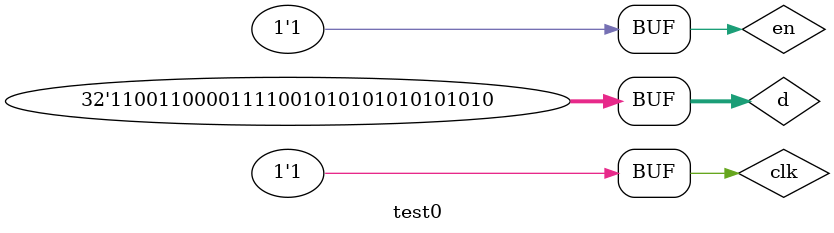
<source format=v>
`include "register.v"


module testReg();

	wire q;
	reg d;
	reg en;
	reg clk;

	register dut0(.q(q), .d(d), .wrenable(en), .clk(clk));

	initial begin

	en = 1;
	d = 1;
	clk = 0; # 10
	clk = 1; # 10
	if (q!=d) begin
		$display("q not set to d with enable on");
	end

	// test enable
	en = 0;
	d = 0;
	clk = 0; # 10
	clk = 1; # 10
	if (q==d) begin
		$display("q changed when en off");
	end

	end

endmodule

module test32();

	wire [31:0] q;
	reg [31:0] d;
	reg en;
	reg clk;

	register32 dut1(.q(q), .d(d), .wrenable(en), .clk(clk));

	initial begin

	en = 1;
	d = 3426527914;	// "Random" 32-bit number 
	clk = 0; # 10
	clk = 1; # 10
	if (q!=d) begin
		$display("q not set to d with enable on - 32 bit version");
	end

	end


endmodule

module test0();

	wire [31:0] q;
	reg [31:0] d;
	reg en;
	reg clk;

	register32zero dut2(.q(q), .d(d), .wrenable(en), .clk(clk));

	initial begin

	en = 1;
	d = 3426527914;	// "Random" 32-bit number 
	clk = 0; # 10
	clk = 1; # 10
	if (q!=0) begin
		$display("q not set to 0 with enable on - 32 bit version");
	end

	end


endmodule
</source>
